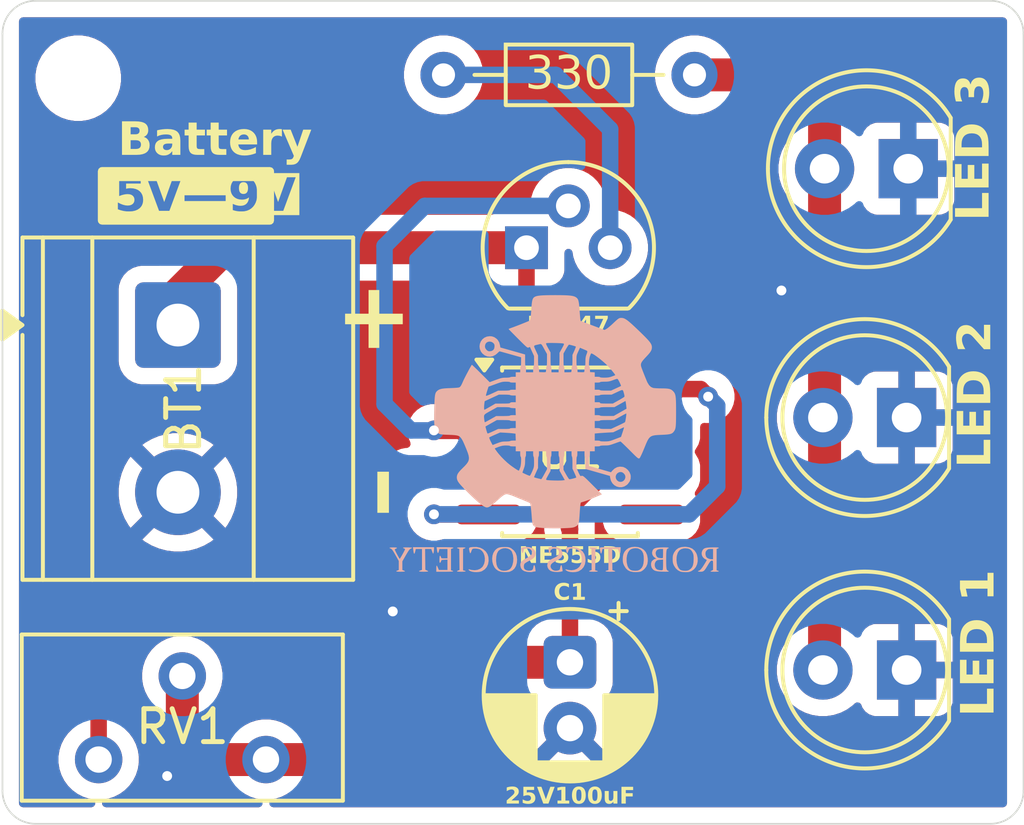
<source format=kicad_pcb>
(kicad_pcb (version 20241229) (generator "pcbnew") (generator_version "9.0")
  (layers (0 "F.Cu" signal) (2 "B.Cu" signal) (13 "F.Paste" user) (15 "B.Paste" user) (5 "F.SilkS" user "F.Silkscreen") (7 "B.SilkS" user "B.Silkscreen") (1 "F.Mask" user) (3 "B.Mask" user) (25 "Edge.Cuts" user))
  (net 0 "")
  (net 1 "Net-(D1-A)")
  (net 2 "GND")
  (net 3 "+9V")
  (net 4 "Net-(U1-Q)")
  (net 5 "/TR")
  (net 8 "Net-(Q1-E)")
  (footprint "LED_THT:LED_D5.0mm_Clear" (layer "F.Cu") (at 247.5 77.05 180)
    (property "Reference" "D1" (hide yes))
    (property "Value" "LED" (hide yes))
    (pad "1" thru_hole rect (at 0 0 180) (size 1.8 1.8) (drill 0.9) (layers "*.Cu" "*.Mask") (net 2 "GND"))
    (pad "2" thru_hole circle (at 2.54 0 180) (size 1.8 1.8) (drill 0.9) (layers "*.Cu" "*.Mask") (net 1 "Net-(D1-A)"))
  )
  (footprint "LED_THT:LED_D5.0mm_Clear" (layer "F.Cu") (at 247.45 92.28 180)
    (property "Reference" "D3" (hide yes))
    (property "Value" "LED" (hide yes))
    (pad "1" thru_hole rect (at 0 0 180) (size 1.8 1.8) (drill 0.9) (layers "*.Cu" "*.Mask") (net 2 "GND"))
    (pad "2" thru_hole circle (at 2.54 0 180) (size 1.8 1.8) (drill 0.9) (layers "*.Cu" "*.Mask") (net 1 "Net-(D1-A)"))
  )
  (footprint "Package_SO:SOIC-8_3.9x4.9mm_P1.27mm" (layer "F.Cu") (at 237.23 85.65)
    (property "Reference" "U1" (at 0 0 0) (layer "F.SilkS"))
    (property "Value" "NE555D" (at 0 3.17 0) (layer "F.SilkS") (effects (font (size 0.5 0.5) (thickness 0.1) (bold yes))))
    (pad "1" smd roundrect (at -2.475 -1.905) (size 1.95 0.6) (layers "F.Cu" "F.Mask" "F.Paste") (net 2 "GND"))
    (pad "2" smd roundrect (at -2.475 -0.635) (size 1.95 0.6) (layers "F.Cu" "F.Mask" "F.Paste") (net 5 "/TR"))
    (pad "3" smd roundrect (at -2.475 0.635) (size 1.95 0.6) (layers "F.Cu" "F.Mask" "F.Paste") (net 4 "Net-(U1-Q)"))
    (pad "4" smd roundrect (at -2.475 1.905) (size 1.95 0.6) (layers "F.Cu" "F.Mask" "F.Paste") (net 3 "+9V"))
    (pad "5" smd roundrect (at 2.475 1.905) (size 1.95 0.6) (layers "F.Cu" "F.Mask" "F.Paste"))
    (pad "6" smd roundrect (at 2.475 0.635) (size 1.95 0.6) (layers "F.Cu" "F.Mask" "F.Paste") (net 5 "/TR"))
    (pad "7" smd roundrect (at 2.475 -0.635) (size 1.95 0.6) (layers "F.Cu" "F.Mask" "F.Paste"))
    (pad "8" smd roundrect (at 2.475 -1.905) (size 1.95 0.6) (layers "F.Cu" "F.Mask" "F.Paste") (net 3 "+9V"))
  )
  (footprint "Potentiometer_THT:Potentiometer_Bourns_3296Y_Vertical" (layer "F.Cu") (at 222.92 95 180)
    (property "Reference" "RV1" (at -2.54 1 0) (layer "F.SilkS"))
    (property "Value" "100K" (hide yes))
    (pad "1" thru_hole circle (at 0 0 180) (size 1.44 1.44) (drill 0.8) (layers "*.Cu" "*.Mask") (net 4 "Net-(U1-Q)"))
    (pad "2" thru_hole circle (at -2.54 2.54 180) (size 1.44 1.44) (drill 0.8) (layers "*.Cu" "*.Mask") (net 5 "/TR"))
    (pad "3" thru_hole circle (at -5.08 0 180) (size 1.44 1.44) (drill 0.8) (layers "*.Cu" "*.Mask") (net 5 "/TR"))
  )
  (footprint "TerminalBlock_Phoenix:TerminalBlock_Phoenix_MKDS-1,5-2-5.08_1x02_P5.08mm_Horizontal" (layer "F.Cu") (at 225.3275 81.8 -90)
    (property "Reference" "BT1" (at 2.545 -0.1725 270) (layer "F.SilkS"))
    (property "Value" "9V" (hide yes))
    (pad "1" thru_hole roundrect (at 0 0 270) (size 2.6 2.6) (drill 1.3) (layers "*.Cu" "*.Mask") (roundrect_rratio 0.096154) (net 3 "+9V"))
    (pad "2" thru_hole circle (at 5.08 0 270) (size 2.6 2.6) (drill 1.3) (layers "*.Cu" "*.Mask") (net 2 "GND"))
  )
  (footprint "LED_THT:LED_D5.0mm_Clear" (layer "F.Cu") (at 247.45 84.61 180)
    (property "Reference" "D2" (hide yes))
    (property "Value" "LED" (hide yes))
    (pad "1" thru_hole rect (at 0 0 180) (size 1.8 1.8) (drill 0.9) (layers "*.Cu" "*.Mask") (net 2 "GND"))
    (pad "2" thru_hole circle (at 2.54 0 180) (size 1.8 1.8) (drill 0.9) (layers "*.Cu" "*.Mask") (net 1 "Net-(D1-A)"))
  )
  (footprint "MountingHole:MountingHole_2.1mm" (layer "F.Cu") (at 222.3 74.3)
    (property "Reference" "H1" (hide yes))
    (property "Value" "MountingHole" (hide yes))
    (pad "" np_thru_hole circle (at 0 0) (size 2.1 2.1) (drill 2.1) (layers "*.Cu" "*.Mask"))
  )
  (footprint "Package_TO_SOT_THT:TO-92" (layer "F.Cu") (at 235.91 79.45)
    (property "Reference" "Q1" (hide yes))
    (property "Value" "BC547" (at 1.27 2.37 0) (layer "F.SilkS") (effects (font (size 0.5 0.5) (thickness 0.1) (bold yes))))
    (pad "1" thru_hole rect (at 0 0) (size 1.3 1.3) (drill 0.75) (layers "*.Cu" "*.Mask") (net 3 "+9V"))
    (pad "2" thru_hole circle (at 1.27 -1.27) (size 1.3 1.3) (drill 0.75) (layers "*.Cu" "*.Mask") (net 5 "/TR"))
    (pad "3" thru_hole circle (at 2.54 0) (size 1.3 1.3) (drill 0.75) (layers "*.Cu" "*.Mask") (net 8 "Net-(Q1-E)"))
  )
  (footprint "Resistor_THT:R_Axial_DIN0204_L3.6mm_D1.6mm_P7.62mm_Horizontal" (layer "F.Cu") (at 233.39 74.2)
    (property "Reference" "R1" (hide yes))
    (property "Value" "330" (at 3.81 0 0) (layer "F.SilkS"))
    (pad "1" thru_hole circle (at 0 0) (size 1.4 1.4) (drill 0.7) (layers "*.Cu" "*.Mask") (net 8 "Net-(Q1-E)"))
    (pad "2" thru_hole circle (at 7.62 0) (size 1.4 1.4) (drill 0.7) (layers "*.Cu" "*.Mask") (net 1 "Net-(D1-A)"))
  )
  (footprint "Capacitor_THT:CP_Radial_D5.0mm_P2.00mm" (layer "F.Cu") (at 237.23 92.044888 -90)
    (property "Reference" "C1" (at -2.104888 0 0) (layer "F.SilkS") (effects (font (size 0.5 0.5) (thickness 0.1) (bold yes))))
    (property "Value" "25V100uF" (at 4.085112 0 180) (layer "F.SilkS") (effects (font (size 0.5 0.5) (thickness 0.1) (bold yes))))
    (pad "1" thru_hole roundrect (at 0 0 270) (size 1.6 1.6) (drill 0.8) (layers "*.Cu" "*.Mask") (roundrect_rratio 0.15625) (net 5 "/TR"))
    (pad "2" thru_hole circle (at 2 0 270) (size 1.6 1.6) (drill 0.8) (layers "*.Cu" "*.Mask") (net 2 "GND"))
  )
  (footprint "LOGO" (layer "B.Cu") (at 236.74902 85.27563 180)
    (property "Reference" "G***" (hide yes))
    (property "Value" "LOGO" (hide yes))
  )
  (gr_arc (start 250 71.95) (mid 250.707107 72.242893) (end 251 72.95) (stroke (width 0.05)) (layer "Edge.Cuts"))
  (gr_line (start 220 95.95) (end 220 72.95) (stroke (width 0.05)) (layer "Edge.Cuts"))
  (gr_arc (start 220 72.95) (mid 220.292893 72.242893) (end 221 71.95) (stroke (width 0.05)) (layer "Edge.Cuts"))
  (gr_arc (start 221 96.95) (mid 220.292893 96.657107) (end 220 95.95) (stroke (width 0.05)) (layer "Edge.Cuts"))
  (gr_line (start 250 96.95) (end 221 96.95) (stroke (width 0.05)) (layer "Edge.Cuts"))
  (gr_arc (start 251 95.95) (mid 250.707107 96.657107) (end 250 96.95) (stroke (width 0.05)) (layer "Edge.Cuts"))
  (gr_line (start 251 72.95) (end 251 95.95) (stroke (width 0.05)) (layer "Edge.Cuts"))
  (gr_line (start 221 71.95) (end 250 71.95) (stroke (width 0.05)) (layer "Edge.Cuts"))
  (gr_text "LED 1" (at 250.26 93.7 90) (layer "F.SilkS") (effects (font (size 1 1) (thickness 0.2) (bold yes)) (justify left bottom)))
  (gr_text "LED 2" (at 250.16 86.14 90) (layer "F.SilkS") (effects (font (size 1 1) (thickness 0.2) (bold yes)) (justify left bottom)))
  (gr_text "LED 3" (at 250.11 78.64 90) (layer "F.SilkS") (effects (font (size 1 1) (thickness 0.25) (bold yes)) (justify left bottom)))
  (gr_text "Battery" (at 223.5 76.8 0) (layer "F.SilkS") (effects (font (size 1 1) (thickness 0.2) (bold yes) (italic yes)) (justify left bottom)))
  (gr_text "+" (at 232.45 82.834261 0) (layer "F.SilkS") (effects (font (size 2 2) (thickness 0.5) (bold yes)) (justify left bottom mirror)))
  (gr_text "5V—9V" (at 223.395258 78.5 0) (layer "F.SilkS" knockout) (effects (font (size 1 1) (thickness 0.2) (bold yes)) (justify left bottom)))
  (gr_text "—" (at 232.667513 86.18 90) (layer "F.SilkS") (effects (font (size 2 1) (thickness 0.25) (bold yes)) (justify left bottom mirror)))
  (segment (start 244.96 75.16) (end 244.96 77.05) (width 1) (layer "F.Cu") (net 1))
  (segment (start 244.96 92.23) (end 244.91 92.28) (width 1) (layer "F.Cu") (net 1))
  (segment (start 244.96 77.05) (end 244.96 92.23) (width 1) (layer "F.Cu") (net 1))
  (segment (start 244 74.2) (end 244.96 75.16) (width 1) (layer "F.Cu") (net 1))
  (segment (start 241.01 74.2) (end 244 74.2) (width 1) (layer "F.Cu") (net 1))
  (via (at 225 95.5) (size 0.6) (drill 0.3) (layers "F.Cu" "B.Cu") (net 2))
  (via (at 243.65 80.75) (size 0.6) (drill 0.3) (layers "F.Cu" "B.Cu") (net 2))
  (via (at 231.85 90.5) (size 0.6) (drill 0.3) (layers "F.Cu" "B.Cu") (net 2))
  (segment (start 235.91 79.45) (end 226.75 79.45) (width 1) (layer "F.Cu") (net 3))
  (segment (start 225.3275 80.8725) (end 225.3275 81.8) (width 1) (layer "F.Cu") (net 3))
  (segment (start 234.755 87.555) (end 233.105 87.555) (width 0.5) (layer "F.Cu") (net 3))
  (segment (start 241.195 83.745) (end 239.705 83.745) (width 0.5) (layer "F.Cu") (net 3))
  (segment (start 238.745 83.745) (end 235.91 80.91) (width 0.5) (layer "F.Cu") (net 3))
  (segment (start 226.75 79.45) (end 225.3275 80.8725) (width 1) (layer "F.Cu") (net 3))
  (segment (start 239.705 83.745) (end 238.745 83.745) (width 0.5) (layer "F.Cu") (net 3))
  (segment (start 233.105 87.555) (end 233.1 87.55) (width 0.5) (layer "F.Cu") (net 3))
  (segment (start 241.425 83.975) (end 241.195 83.745) (width 0.5) (layer "F.Cu") (net 3))
  (segment (start 235.91 80.91) (end 235.91 79.45) (width 0.5) (layer "F.Cu") (net 3))
  (via (at 233.1 87.55) (size 0.6) (drill 0.3) (layers "F.Cu" "B.Cu") (net 3))
  (via (at 241.425 83.975) (size 0.6) (drill 0.3) (layers "F.Cu" "B.Cu") (net 3))
  (segment (start 241.425 83.975) (end 241.7 84.25) (width 0.5) (layer "B.Cu") (net 3))
  (segment (start 240.85 87.55) (end 233.1 87.55) (width 0.5) (layer "B.Cu") (net 3))
  (segment (start 241.7 86.7) (end 240.85 87.55) (width 0.5) (layer "B.Cu") (net 3))
  (segment (start 241.7 84.25) (end 241.7 86.7) (width 0.5) (layer "B.Cu") (net 3))
  (segment (start 222.92 95) (end 222.92 91.83) (width 0.5) (layer "F.Cu") (net 4))
  (segment (start 232.385 86.285) (end 234.755 86.285) (width 0.5) (layer "F.Cu") (net 4))
  (segment (start 224.8 89.95) (end 228.65 89.95) (width 0.5) (layer "F.Cu") (net 4))
  (segment (start 222.92 91.83) (end 224.8 89.95) (width 0.5) (layer "F.Cu") (net 4))
  (segment (start 228.65 89.95) (end 232.315 86.285) (width 0.5) (layer "F.Cu") (net 4))
  (segment (start 232.315 86.285) (end 233.8 86.285) (width 0.5) (layer "F.Cu") (net 4))
  (segment (start 237.2 87.97) (end 237.23 88) (width 0.5) (layer "F.Cu") (net 5))
  (segment (start 234.755 85.015) (end 236.415 85.015) (width 0.5) (layer "F.Cu") (net 5))
  (segment (start 237.2 85.8) (end 237.2 87.97) (width 0.5) (layer "F.Cu") (net 5))
  (segment (start 237.23 92.044888) (end 237.23 88) (width 0.5) (layer "F.Cu") (net 5))
  (segment (start 226.5 95) (end 228 95) (width 1) (layer "F.Cu") (net 5))
  (segment (start 228 95) (end 231.1 95) (width 1) (layer "F.Cu") (net 5))
  (segment (start 238.315 86.285) (end 239.705 86.285) (width 0.5) (layer "F.Cu") (net 5))
  (segment (start 236.415 85.015) (end 237.2 85.8) (width 0.5) (layer "F.Cu") (net 5))
  (segment (start 225.46 93.96) (end 226.5 95) (width 1) (layer "F.Cu") (net 5))
  (segment (start 234.755 85.015) (end 233.115 85.015) (width 0.5) (layer "F.Cu") (net 5))
  (segment (start 225.46 92.46) (end 225.46 93.96) (width 1) (layer "F.Cu") (net 5))
  (segment (start 231.1 95) (end 234.055112 92.044888) (width 1) (layer "F.Cu") (net 5))
  (segment (start 237.23 87.37) (end 238.315 86.285) (width 0.5) (layer "F.Cu") (net 5))
  (segment (start 237.23 88) (end 237.23 87.37) (width 0.5) (layer "F.Cu") (net 5))
  (segment (start 233.115 85.015) (end 233.1 85) (width 0.5) (layer "F.Cu") (net 5))
  (segment (start 234.055112 92.044888) (end 237.23 92.044888) (width 1) (layer "F.Cu") (net 5))
  (via (at 233.1 85) (size 0.6) (drill 0.3) (layers "F.Cu" "B.Cu") (net 5))
  (segment (start 232.4 85) (end 231.6 84.2) (width 0.5) (layer "B.Cu") (net 5))
  (segment (start 231.6 79.4) (end 232.82 78.18) (width 0.5) (layer "B.Cu") (net 5))
  (segment (start 232.82 78.18) (end 237.18 78.18) (width 0.5) (layer "B.Cu") (net 5))
  (segment (start 231.6 84.2) (end 231.6 79.4) (width 0.5) (layer "B.Cu") (net 5))
  (segment (start 233.1 85) (end 232.4 85) (width 0.5) (layer "B.Cu") (net 5))
  (segment (start 233.39 74.2) (end 236.8 74.2) (width 0.5) (layer "B.Cu") (net 8))
  (segment (start 236.8 74.2) (end 238.45 75.85) (width 0.5) (layer "B.Cu") (net 8))
  (segment (start 238.45 75.85) (end 238.45 79.45) (width 0.5) (layer "B.Cu") (net 8))
  (zone (net 2) (net_name "GND") (layers "F.Cu" "B.Cu") (connect_pads (clearance 0.5)) (min_thickness 0.25) (fill yes (thermal_gap 0.5) (thermal_bridge_width 0.5))
    (polygon (pts (xy 220 97) (xy 220 72) (xy 251 72) (xy 251 97)))
  )
  (zone (net 0) (net_name "") (layer "F.SilkS") (connect_pads (clearance 0.5)) (min_thickness 0.25) (fill yes (thermal_gap 0.5) (thermal_bridge_width 0.5))
    (polygon (pts (xy 222.895258 77) (xy 228.245258 77) (xy 228.245258 78.75) (xy 222.895258 78.75)))
  )
)
</source>
